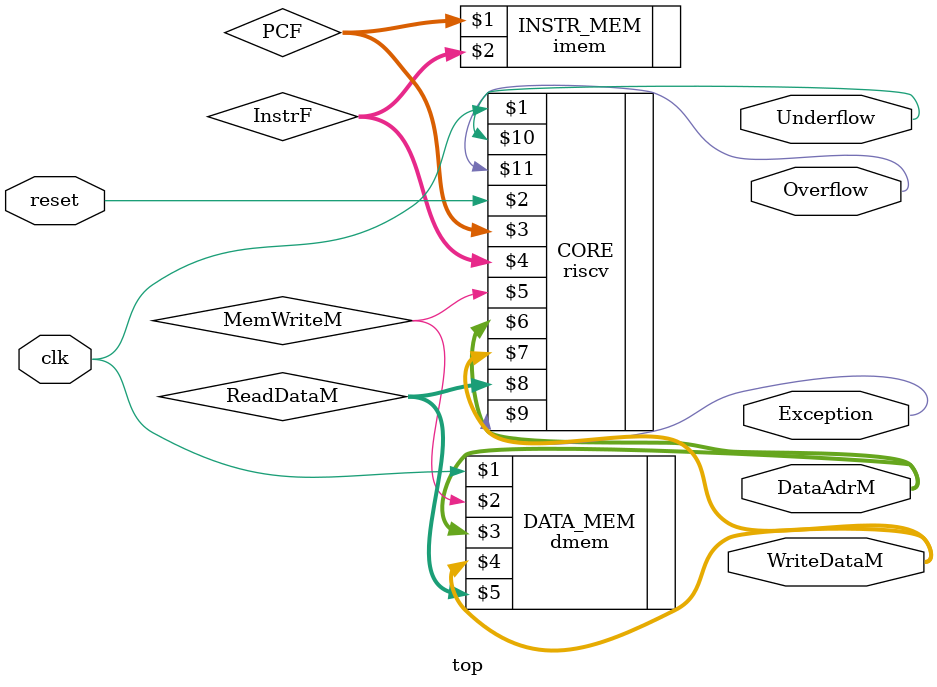
<source format=v>
module top (clk, reset,WriteDataM, DataAdrM,Exception, Underflow, Overflow);
				
				input clk, reset;
			output  [31:0] 	WriteDataM,  DataAdrM; 
			output  Exception,Underflow,Overflow ;
			wire  MemWriteM;
				
	wire [31:0] PCF, InstrF, ReadDataM;
	
	
// instantiate processor and memories

	riscv CORE( clk, reset, PCF, InstrF, MemWriteM, DataAdrM, WriteDataM, ReadDataM,Exception, Underflow, Overflow);
		
	dmem DATA_MEM(clk, MemWriteM, DataAdrM, WriteDataM, ReadDataM);
	
	imem INSTR_MEM(PCF, InstrF);
	
	
endmodule
</source>
